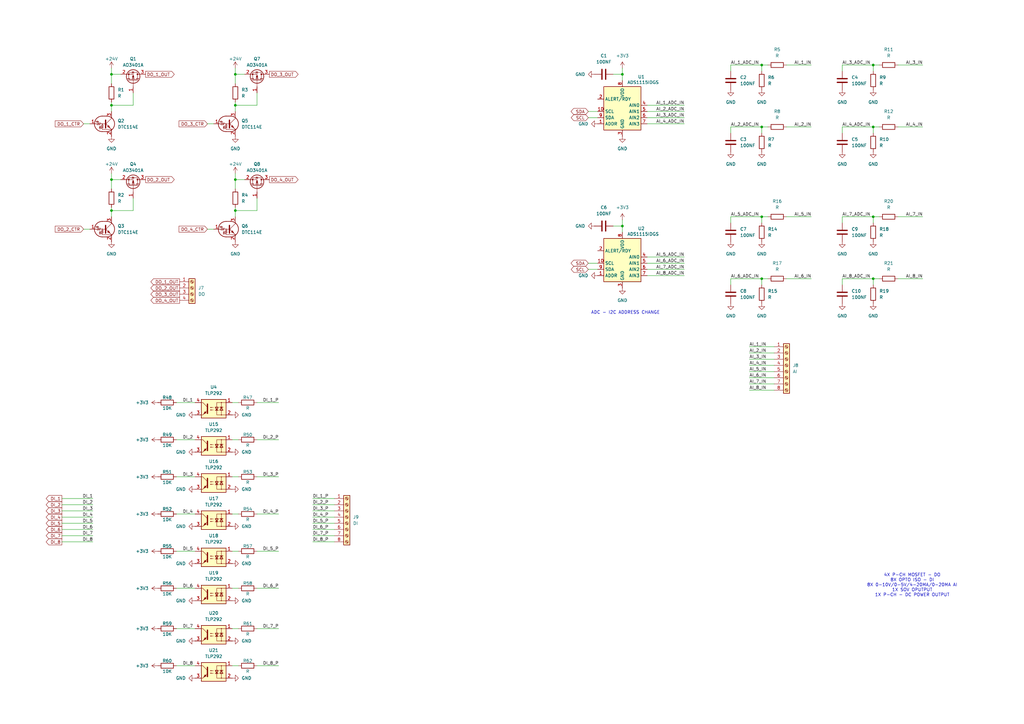
<source format=kicad_sch>
(kicad_sch (version 20231120) (generator "eeschema") (generator_version "8.0")
  (paper "A3")
  (junction (at 312.42 26.67))
  (junction (at 312.42 52.07))
  (junction (at 312.42 114.3))
  (junction (at 358.14 52.07))
  (junction (at 45.72 86.36))
  (junction (at 358.14 88.9))
  (junction (at 45.72 43.18))
  (junction (at 96.52 73.66))
  (junction (at 255.27 30.48))
  (junction (at 96.52 30.48))
  (junction (at 96.52 43.18))
  (junction (at 255.27 92.71))
  (junction (at 45.72 30.48))
  (junction (at 358.14 26.67))
  (junction (at 358.14 114.3))
  (junction (at 96.52 86.36))
  (junction (at 45.72 73.66))
  (junction (at 312.42 88.9))
  (wire (pts (xy 25.4 214.63) (xy 38.1 214.63)))
  (wire (pts (xy 105.41 195.58) (xy 114.3 195.58)))
  (wire (pts (xy 96.52 86.36) (xy 96.52 88.9)))
  (wire (pts (xy 241.3 48.26) (xy 245.11 48.26)))
  (wire (pts (xy 312.42 52.07) (xy 312.42 54.61)))
  (wire (pts (xy 95.25 226.06) (xy 97.79 226.06)))
  (wire (pts (xy 265.43 107.95) (xy 280.67 107.95)))
  (wire (pts (xy 95.25 165.1) (xy 97.79 165.1)))
  (wire (pts (xy 45.72 41.91) (xy 45.72 43.18)))
  (wire (pts (xy 368.3 52.07) (xy 378.46 52.07)))
  (wire (pts (xy 317.5 144.78) (xy 307.34 144.78)))
  (wire (pts (xy 45.72 86.36) (xy 45.72 88.9)))
  (wire (pts (xy 137.16 219.71) (xy 128.27 219.71)))
  (wire (pts (xy 105.41 38.1) (xy 105.41 43.18)))
  (wire (pts (xy 96.52 41.91) (xy 96.52 43.18)))
  (wire (pts (xy 265.43 48.26) (xy 280.67 48.26)))
  (wire (pts (xy 96.52 30.48) (xy 96.52 34.29)))
  (wire (pts (xy 317.5 160.02) (xy 307.34 160.02)))
  (wire (pts (xy 95.25 257.81) (xy 97.79 257.81)))
  (wire (pts (xy 345.44 114.3) (xy 358.14 114.3)))
  (wire (pts (xy 85.09 50.8) (xy 87.63 50.8)))
  (wire (pts (xy 49.53 73.66) (xy 45.72 73.66)))
  (wire (pts (xy 95.25 180.34) (xy 97.79 180.34)))
  (wire (pts (xy 105.41 257.81) (xy 114.3 257.81)))
  (wire (pts (xy 105.41 165.1) (xy 114.3 165.1)))
  (wire (pts (xy 105.41 273.05) (xy 114.3 273.05)))
  (wire (pts (xy 95.25 210.82) (xy 97.79 210.82)))
  (wire (pts (xy 251.46 92.71) (xy 255.27 92.71)))
  (wire (pts (xy 105.41 241.3) (xy 114.3 241.3)))
  (wire (pts (xy 137.16 209.55) (xy 128.27 209.55)))
  (wire (pts (xy 45.72 27.94) (xy 45.72 30.48)))
  (wire (pts (xy 322.58 88.9) (xy 332.74 88.9)))
  (wire (pts (xy 255.27 92.71) (xy 255.27 95.25)))
  (wire (pts (xy 312.42 26.67) (xy 312.42 29.21)))
  (wire (pts (xy 345.44 54.61) (xy 345.44 52.07)))
  (wire (pts (xy 317.5 154.94) (xy 307.34 154.94)))
  (wire (pts (xy 314.96 52.07) (xy 312.42 52.07)))
  (wire (pts (xy 95.25 273.05) (xy 97.79 273.05)))
  (wire (pts (xy 100.33 30.48) (xy 96.52 30.48)))
  (wire (pts (xy 345.44 91.44) (xy 345.44 88.9)))
  (wire (pts (xy 54.61 38.1) (xy 54.61 43.18)))
  (wire (pts (xy 345.44 29.21) (xy 345.44 26.67)))
  (wire (pts (xy 34.29 50.8) (xy 36.83 50.8)))
  (wire (pts (xy 72.39 226.06) (xy 80.01 226.06)))
  (wire (pts (xy 72.39 210.82) (xy 80.01 210.82)))
  (wire (pts (xy 105.41 81.28) (xy 105.41 86.36)))
  (wire (pts (xy 368.3 88.9) (xy 378.46 88.9)))
  (wire (pts (xy 45.72 43.18) (xy 45.72 45.72)))
  (wire (pts (xy 241.3 107.95) (xy 245.11 107.95)))
  (wire (pts (xy 314.96 114.3) (xy 312.42 114.3)))
  (wire (pts (xy 137.16 222.25) (xy 128.27 222.25)))
  (wire (pts (xy 265.43 43.18) (xy 280.67 43.18)))
  (wire (pts (xy 137.16 214.63) (xy 128.27 214.63)))
  (wire (pts (xy 105.41 86.36) (xy 96.52 86.36)))
  (wire (pts (xy 25.4 204.47) (xy 38.1 204.47)))
  (wire (pts (xy 72.39 180.34) (xy 80.01 180.34)))
  (wire (pts (xy 25.4 209.55) (xy 38.1 209.55)))
  (wire (pts (xy 317.5 149.86) (xy 307.34 149.86)))
  (wire (pts (xy 345.44 88.9) (xy 358.14 88.9)))
  (wire (pts (xy 72.39 241.3) (xy 80.01 241.3)))
  (wire (pts (xy 322.58 26.67) (xy 332.74 26.67)))
  (wire (pts (xy 360.68 52.07) (xy 358.14 52.07)))
  (wire (pts (xy 95.25 195.58) (xy 97.79 195.58)))
  (wire (pts (xy 358.14 88.9) (xy 358.14 91.44)))
  (wire (pts (xy 368.3 114.3) (xy 378.46 114.3)))
  (wire (pts (xy 105.41 180.34) (xy 114.3 180.34)))
  (wire (pts (xy 25.4 212.09) (xy 38.1 212.09)))
  (wire (pts (xy 45.72 73.66) (xy 45.72 77.47)))
  (wire (pts (xy 45.72 30.48) (xy 45.72 34.29)))
  (wire (pts (xy 358.14 114.3) (xy 358.14 116.84)))
  (wire (pts (xy 96.52 71.12) (xy 96.52 73.66)))
  (wire (pts (xy 312.42 114.3) (xy 312.42 116.84)))
  (wire (pts (xy 137.16 212.09) (xy 128.27 212.09)))
  (wire (pts (xy 360.68 88.9) (xy 358.14 88.9)))
  (wire (pts (xy 265.43 113.03) (xy 280.67 113.03)))
  (wire (pts (xy 54.61 81.28) (xy 54.61 86.36)))
  (wire (pts (xy 49.53 30.48) (xy 45.72 30.48)))
  (wire (pts (xy 25.4 207.01) (xy 38.1 207.01)))
  (wire (pts (xy 299.72 114.3) (xy 312.42 114.3)))
  (wire (pts (xy 345.44 26.67) (xy 358.14 26.67)))
  (wire (pts (xy 137.16 217.17) (xy 128.27 217.17)))
  (wire (pts (xy 299.72 116.84) (xy 299.72 114.3)))
  (wire (pts (xy 299.72 88.9) (xy 312.42 88.9)))
  (wire (pts (xy 241.3 110.49) (xy 245.11 110.49)))
  (wire (pts (xy 345.44 52.07) (xy 358.14 52.07)))
  (wire (pts (xy 25.4 222.25) (xy 38.1 222.25)))
  (wire (pts (xy 72.39 273.05) (xy 80.01 273.05)))
  (wire (pts (xy 85.09 93.98) (xy 87.63 93.98)))
  (wire (pts (xy 317.5 157.48) (xy 307.34 157.48)))
  (wire (pts (xy 255.27 90.17) (xy 255.27 92.71)))
  (wire (pts (xy 137.16 204.47) (xy 128.27 204.47)))
  (wire (pts (xy 72.39 257.81) (xy 80.01 257.81)))
  (wire (pts (xy 137.16 207.01) (xy 128.27 207.01)))
  (wire (pts (xy 314.96 26.67) (xy 312.42 26.67)))
  (wire (pts (xy 299.72 54.61) (xy 299.72 52.07)))
  (wire (pts (xy 265.43 45.72) (xy 280.67 45.72)))
  (wire (pts (xy 360.68 26.67) (xy 358.14 26.67)))
  (wire (pts (xy 265.43 105.41) (xy 280.67 105.41)))
  (wire (pts (xy 95.25 241.3) (xy 97.79 241.3)))
  (wire (pts (xy 25.4 217.17) (xy 38.1 217.17)))
  (wire (pts (xy 105.41 226.06) (xy 114.3 226.06)))
  (wire (pts (xy 322.58 52.07) (xy 332.74 52.07)))
  (wire (pts (xy 299.72 26.67) (xy 312.42 26.67)))
  (wire (pts (xy 72.39 165.1) (xy 80.01 165.1)))
  (wire (pts (xy 96.52 43.18) (xy 96.52 45.72)))
  (wire (pts (xy 241.3 45.72) (xy 245.11 45.72)))
  (wire (pts (xy 45.72 71.12) (xy 45.72 73.66)))
  (wire (pts (xy 358.14 52.07) (xy 358.14 54.61)))
  (wire (pts (xy 299.72 91.44) (xy 299.72 88.9)))
  (wire (pts (xy 345.44 116.84) (xy 345.44 114.3)))
  (wire (pts (xy 255.27 30.48) (xy 255.27 33.02)))
  (wire (pts (xy 54.61 43.18) (xy 45.72 43.18)))
  (wire (pts (xy 96.52 73.66) (xy 96.52 77.47)))
  (wire (pts (xy 255.27 27.94) (xy 255.27 30.48)))
  (wire (pts (xy 96.52 85.09) (xy 96.52 86.36)))
  (wire (pts (xy 360.68 114.3) (xy 358.14 114.3)))
  (wire (pts (xy 45.72 85.09) (xy 45.72 86.36)))
  (wire (pts (xy 54.61 86.36) (xy 45.72 86.36)))
  (wire (pts (xy 299.72 29.21) (xy 299.72 26.67)))
  (wire (pts (xy 317.5 152.4) (xy 307.34 152.4)))
  (wire (pts (xy 322.58 114.3) (xy 332.74 114.3)))
  (wire (pts (xy 314.96 88.9) (xy 312.42 88.9)))
  (wire (pts (xy 265.43 50.8) (xy 280.67 50.8)))
  (wire (pts (xy 358.14 26.67) (xy 358.14 29.21)))
  (wire (pts (xy 265.43 110.49) (xy 280.67 110.49)))
  (wire (pts (xy 317.5 142.24) (xy 307.34 142.24)))
  (wire (pts (xy 34.29 93.98) (xy 36.83 93.98)))
  (wire (pts (xy 105.41 43.18) (xy 96.52 43.18)))
  (wire (pts (xy 100.33 73.66) (xy 96.52 73.66)))
  (wire (pts (xy 25.4 219.71) (xy 38.1 219.71)))
  (wire (pts (xy 96.52 27.94) (xy 96.52 30.48)))
  (wire (pts (xy 368.3 26.67) (xy 378.46 26.67)))
  (wire (pts (xy 105.41 210.82) (xy 114.3 210.82)))
  (wire (pts (xy 299.72 52.07) (xy 312.42 52.07)))
  (wire (pts (xy 317.5 147.32) (xy 307.34 147.32)))
  (wire (pts (xy 312.42 88.9) (xy 312.42 91.44)))
  (wire (pts (xy 72.39 195.58) (xy 80.01 195.58)))
  (wire (pts (xy 251.46 30.48) (xy 255.27 30.48)))
  (text "4X P-CH MOSFET - DO\n8X OPTO ISO - DI\n8X 0-10V/0-5V/4-20MA/0-20MA AI\n1X SOV OPUTPUT\n1X P-CH - DC POWER OUTPUT" (at 374.142 240.03 0) (effects (font (size 1.27 1.27))))
  (text "ADC - I2C ADDRESS CHANGE" (at 256.54 128.27 0) (effects (font (size 1.27 1.27))))
  (label "DI_2" (at 74.93 180.34 0))
  (label "DI_8" (at 74.93 273.05 0))
  (label "AI_2_ADC_IN" (at 280.67 45.72 180))
  (label "DI_5" (at 38.1 214.63 180))
  (label "DI_8_P" (at 128.27 222.25 0))
  (label "DI_4" (at 38.1 212.09 180))
  (label "DI_2" (at 38.1 207.01 180))
  (label "AI_1_ADC_IN" (at 280.67 43.18 180))
  (label "DI_1" (at 74.93 165.1 0))
  (label "AI_7_IN" (at 378.46 88.9 180))
  (label "AI_5_ADC_IN" (at 299.72 88.9 0))
  (label "DI_4" (at 74.93 210.82 0))
  (label "AI_3_IN" (at 307.34 147.32 0))
  (label "DI_6_P" (at 114.3 241.3 180))
  (label "AI_2_IN" (at 332.74 52.07 180))
  (label "DI_6" (at 38.1 217.17 180))
  (label "AI_8_IN" (at 378.46 114.3 180))
  (label "AI_4_ADC_IN" (at 345.44 52.07 0))
  (label "AI_1_IN" (at 332.74 26.67 180))
  (label "DI_7_P" (at 128.27 219.71 0))
  (label "DI_5_P" (at 114.3 226.06 180))
  (label "DI_5" (at 74.93 226.06 0))
  (label "AI_2_ADC_IN" (at 299.72 52.07 0))
  (label "DI_4_P" (at 114.3 210.82 180))
  (label "AI_5_ADC_IN" (at 280.67 105.41 180))
  (label "DI_1_P" (at 128.27 204.47 0))
  (label "DI_2_P" (at 128.27 207.01 0))
  (label "DI_7" (at 74.93 257.81 0))
  (label "DI_3_P" (at 114.3 195.58 180))
  (label "AI_2_IN" (at 307.34 144.78 0))
  (label "AI_6_ADC_IN" (at 280.67 107.95 180))
  (label "DI_1" (at 38.1 204.47 180))
  (label "AI_3_ADC_IN" (at 345.44 26.67 0))
  (label "DI_2_P" (at 114.3 180.34 180))
  (label "AI_5_IN" (at 332.74 88.9 180))
  (label "DI_8_P" (at 114.3 273.05 180))
  (label "AI_4_ADC_IN" (at 280.67 50.8 180))
  (label "DI_6_P" (at 128.27 217.17 0))
  (label "AI_7_ADC_IN" (at 280.67 110.49 180))
  (label "DI_5_P" (at 128.27 214.63 0))
  (label "DI_3" (at 38.1 209.55 180))
  (label "DI_8" (at 38.1 222.25 180))
  (label "DI_3_P" (at 128.27 209.55 0))
  (label "AI_4_IN" (at 307.34 149.86 0))
  (label "DI_4_P" (at 128.27 212.09 0))
  (label "DI_7_P" (at 114.3 257.81 180))
  (label "AI_8_IN" (at 307.34 160.02 0))
  (label "DI_6" (at 74.93 241.3 0))
  (label "AI_8_ADC_IN" (at 345.44 114.3 0))
  (label "AI_4_IN" (at 378.46 52.07 180))
  (label "AI_1_ADC_IN" (at 299.72 26.67 0))
  (label "AI_8_ADC_IN" (at 280.67 113.03 180))
  (label "AI_3_IN" (at 378.46 26.67 180))
  (label "AI_7_IN" (at 307.34 157.48 0))
  (label "DI_1_P" (at 114.3 165.1 180))
  (label "AI_6_IN" (at 307.34 154.94 0))
  (label "AI_6_IN" (at 332.74 114.3 180))
  (label "AI_1_IN" (at 307.34 142.24 0))
  (label "AI_3_ADC_IN" (at 280.67 48.26 180))
  (label "AI_5_IN" (at 307.34 152.4 0))
  (label "DI_7" (at 38.1 219.71 180))
  (label "DI_3" (at 74.93 195.58 0))
  (label "AI_6_ADC_IN" (at 299.72 114.3 0))
  (label "AI_7_ADC_IN" (at 345.44 88.9 0))
  (global_label "DO_3_CTR" (shape input) (at 85.09 50.8 180) (property "Intersheetrefs" "${INTERSHEET_REFS}" (effects (hide yes))))
  (global_label "DI_6" (shape output) (at 25.4 217.17 180) (property "Intersheetrefs" "${INTERSHEET_REFS}" (effects (hide yes))))
  (global_label "SDA" (shape bidirectional) (at 241.3 45.72 180) (property "Intersheetrefs" "${INTERSHEET_REFS}" (effects (hide yes))))
  (global_label "DO_2_OUT" (shape output) (at 73.66 118.11 180) (property "Intersheetrefs" "${INTERSHEET_REFS}" (effects (hide yes))))
  (global_label "DO_4_CTR" (shape input) (at 85.09 93.98 180) (property "Intersheetrefs" "${INTERSHEET_REFS}" (effects (hide yes))))
  (global_label "DO_1_OUT" (shape output) (at 59.69 30.48 0) (property "Intersheetrefs" "${INTERSHEET_REFS}" (effects (hide yes))))
  (global_label "DO_2_CTR" (shape input) (at 34.29 93.98 180) (property "Intersheetrefs" "${INTERSHEET_REFS}" (effects (hide yes))))
  (global_label "DI_7" (shape output) (at 25.4 219.71 180) (property "Intersheetrefs" "${INTERSHEET_REFS}" (effects (hide yes))))
  (global_label "SCL" (shape bidirectional) (at 241.3 110.49 180) (property "Intersheetrefs" "${INTERSHEET_REFS}" (effects (hide yes))))
  (global_label "DI_3" (shape output) (at 25.4 209.55 180) (property "Intersheetrefs" "${INTERSHEET_REFS}" (effects (hide yes))))
  (global_label "DO_4_OUT" (shape output) (at 73.66 123.19 180) (property "Intersheetrefs" "${INTERSHEET_REFS}" (effects (hide yes))))
  (global_label "DO_3_OUT" (shape output) (at 73.66 120.65 180) (property "Intersheetrefs" "${INTERSHEET_REFS}" (effects (hide yes))))
  (global_label "DI_8" (shape output) (at 25.4 222.25 180) (property "Intersheetrefs" "${INTERSHEET_REFS}" (effects (hide yes))))
  (global_label "DO_3_OUT" (shape output) (at 110.49 30.48 0) (property "Intersheetrefs" "${INTERSHEET_REFS}" (effects (hide yes))))
  (global_label "DO_2_OUT" (shape output) (at 59.69 73.66 0) (property "Intersheetrefs" "${INTERSHEET_REFS}" (effects (hide yes))))
  (global_label "SDA" (shape bidirectional) (at 241.3 107.95 180) (property "Intersheetrefs" "${INTERSHEET_REFS}" (effects (hide yes))))
  (global_label "SCL" (shape bidirectional) (at 241.3 48.26 180) (property "Intersheetrefs" "${INTERSHEET_REFS}" (effects (hide yes))))
  (global_label "DO_1_CTR" (shape input) (at 34.29 50.8 180) (property "Intersheetrefs" "${INTERSHEET_REFS}" (effects (hide yes))))
  (global_label "DI_1" (shape output) (at 25.4 204.47 180) (property "Intersheetrefs" "${INTERSHEET_REFS}" (effects (hide yes))))
  (global_label "DI_2" (shape output) (at 25.4 207.01 180) (property "Intersheetrefs" "${INTERSHEET_REFS}" (effects (hide yes))))
  (global_label "DI_5" (shape output) (at 25.4 214.63 180) (property "Intersheetrefs" "${INTERSHEET_REFS}" (effects (hide yes))))
  (global_label "DI_4" (shape output) (at 25.4 212.09 180) (property "Intersheetrefs" "${INTERSHEET_REFS}" (effects (hide yes))))
  (global_label "DO_4_OUT" (shape output) (at 110.49 73.66 0) (property "Intersheetrefs" "${INTERSHEET_REFS}" (effects (hide yes))))
  (global_label "DO_1_OUT" (shape output) (at 73.66 115.57 180) (property "Intersheetrefs" "${INTERSHEET_REFS}" (effects (hide yes))))
  (symbol (lib_id "power:GND") (at 312.42 124.46 0) (unit 1)
    (property "Reference" "#PWR030" (effects (hide yes)))
    (property "Value" "GND" (at 312.42 129.54 0))
    (property "Description" "Power symbol creates a global label with name \"GND\" , ground" (effects (hide yes)))
  )
  (symbol (lib_id "Transistor_BJT:DTC114E") (at 43.18 93.98 0) (unit 1)
    (property "Reference" "Q3" (at 48.26 92.7099 0) (effects (justify left)))
    (property "Value" "DTC114E" (at 48.26 95.2499 0) (effects (justify left)))
    (property "Footprint" "Package_TO_SOT_SMD:SOT-23" (effects (hide yes)))
    (property "Description" "Digital NPN Transistor, 10k/10k, SOT-23" (effects (hide yes)))
  )
  (symbol (lib_id "Analog_ADC:ADS1115IDGS") (at 255.27 45.72 0) (mirror y) (unit 1)
    (property "Reference" "U1" (at 264.414 31.496 0) (effects (justify left)))
    (property "Value" "ADS1115IDGS" (at 270.256 33.782 0) (effects (justify left)))
    (property "Footprint" "Package_SO:TSSOP-10_3x3mm_P0.5mm" (effects (hide yes)))
    (property "Datasheet" "http://www.ti.com/lit/ds/symlink/ads1113.pdf" (effects (hide yes)))
    (property "Description" "Ultra-Small, Low-Power, I2C-Compatible, 860-SPS, 16-Bit ADCs With Internal Reference, Oscillator, and Programmable Comparator, VSSOP-10" (effects (hide yes)))
  )
  (symbol (lib_id "Device:C") (at 247.65 30.48 270) (unit 1)
    (property "Reference" "C1" (at 247.65 22.86 90))
    (property "Value" "100NF" (at 247.65 25.4 90))
    (property "Footprint" "Capacitor_SMD:C_0805_2012Metric" (effects (hide yes)))
    (property "Description" "Unpolarized capacitor" (effects (hide yes)))
  )
  (symbol (lib_id "power:+3V3") (at 64.77 165.1 90) (unit 1)
    (property "Reference" "#PWR0105" (effects (hide yes)))
    (property "Value" "+3V3" (at 60.96 165.0999 90) (effects (justify left)))
    (property "Description" "Power symbol creates a global label with name \"+3V3\"" (effects (hide yes)))
  )
  (symbol (lib_id "Device:C") (at 299.72 95.25 0) (unit 1)
    (property "Reference" "C7" (at 303.53 93.9799 0) (effects (justify left)))
    (property "Value" "100NF" (at 303.53 96.5199 0) (effects (justify left)))
    (property "Footprint" "Capacitor_SMD:C_0805_2012Metric" (effects (hide yes)))
    (property "Description" "Unpolarized capacitor" (effects (hide yes)))
  )
  (symbol (lib_id "Transistor_FET:AO3401A") (at 54.61 33.02 270) (mirror x) (unit 1)
    (property "Reference" "Q1" (at 54.61 24.13 90))
    (property "Value" "AO3401A" (at 54.61 26.67 90))
    (property "Footprint" "Package_TO_SOT_SMD:SOT-23" (effects (hide yes)))
    (property "Datasheet" "http://www.aosmd.com/pdfs/datasheet/AO3401A.pdf" (effects (hide yes)))
    (property "Description" "-4.0A Id, -30V Vds, P-Channel MOSFET, SOT-23" (effects (hide yes)))
  )
  (symbol (lib_id "power:GND") (at 95.25 185.42 90) (unit 1)
    (property "Reference" "#PWR0123" (effects (hide yes)))
    (property "Value" "GND" (at 99.06 185.4199 90) (effects (justify right)))
    (property "Description" "Power symbol creates a global label with name \"GND\" , ground" (effects (hide yes)))
  )
  (symbol (lib_id "Device:R") (at 318.77 52.07 90) (unit 1)
    (property "Reference" "R8" (at 318.77 45.72 90))
    (property "Value" "R" (at 318.77 48.26 90))
    (property "Footprint" "Resistor_SMD:R_0805_2012Metric" (effects (hide yes)))
    (property "Description" "Resistor" (effects (hide yes)))
  )
  (symbol (lib_id "power:GND") (at 345.44 36.83 0) (unit 1)
    (property "Reference" "#PWR017" (effects (hide yes)))
    (property "Value" "GND" (at 345.44 41.91 0))
    (property "Description" "Power symbol creates a global label with name \"GND\" , ground" (effects (hide yes)))
  )
  (symbol (lib_id "power:GND") (at 243.84 30.48 270) (unit 1)
    (property "Reference" "#PWR010" (effects (hide yes)))
    (property "Value" "GND" (at 240.03 30.4799 90) (effects (justify right)))
    (property "Description" "Power symbol creates a global label with name \"GND\" , ground" (effects (hide yes)))
  )
  (symbol (lib_id "power:+3V3") (at 64.77 195.58 90) (unit 1)
    (property "Reference" "#PWR0114" (effects (hide yes)))
    (property "Value" "+3V3" (at 60.96 195.5799 90) (effects (justify left)))
    (property "Description" "Power symbol creates a global label with name \"+3V3\"" (effects (hide yes)))
  )
  (symbol (lib_id "Device:R") (at 358.14 95.25 180) (unit 1)
    (property "Reference" "R18" (at 360.68 93.9799 0) (effects (justify right)))
    (property "Value" "R" (at 360.68 96.5199 0) (effects (justify right)))
    (property "Footprint" "Resistor_SMD:R_0805_2012Metric" (effects (hide yes)))
    (property "Description" "Resistor" (effects (hide yes)))
  )
  (symbol (lib_id "power:GND") (at 245.11 50.8 270) (unit 1)
    (property "Reference" "#PWR012" (effects (hide yes)))
    (property "Value" "GND" (at 241.3 50.7999 90) (effects (justify right)))
    (property "Description" "Power symbol creates a global label with name \"GND\" , ground" (effects (hide yes)))
  )
  (symbol (lib_id "power:GND") (at 245.11 113.03 270) (unit 1)
    (property "Reference" "#PWR024" (effects (hide yes)))
    (property "Value" "GND" (at 241.3 113.0299 90) (effects (justify right)))
    (property "Description" "Power symbol creates a global label with name \"GND\" , ground" (effects (hide yes)))
  )
  (symbol (lib_id "Transistor_FET:AO3401A") (at 54.61 76.2 270) (mirror x) (unit 1)
    (property "Reference" "Q4" (at 54.61 67.31 90))
    (property "Value" "AO3401A" (at 54.61 69.85 90))
    (property "Footprint" "Package_TO_SOT_SMD:SOT-23" (effects (hide yes)))
    (property "Datasheet" "http://www.aosmd.com/pdfs/datasheet/AO3401A.pdf" (effects (hide yes)))
    (property "Description" "-4.0A Id, -30V Vds, P-Channel MOSFET, SOT-23" (effects (hide yes)))
  )
  (symbol (lib_id "Device:R") (at 101.6 195.58 90) (unit 1)
    (property "Reference" "R53" (at 101.6 193.548 90))
    (property "Value" "R" (at 101.6 197.866 90))
    (property "Footprint" "Resistor_SMD:R_0805_2012Metric" (effects (hide yes)))
    (property "Description" "Resistor" (effects (hide yes)))
  )
  (symbol (lib_id "Device:R") (at 101.6 257.81 90) (unit 1)
    (property "Reference" "R61" (at 101.6 255.778 90))
    (property "Value" "R" (at 101.6 260.096 90))
    (property "Footprint" "Resistor_SMD:R_0805_2012Metric" (effects (hide yes)))
    (property "Description" "Resistor" (effects (hide yes)))
  )
  (symbol (lib_id "power:GND") (at 80.01 231.14 270) (unit 1)
    (property "Reference" "#PWR0120" (effects (hide yes)))
    (property "Value" "GND" (at 76.2 231.1399 90) (effects (justify right)))
    (property "Description" "Power symbol creates a global label with name \"GND\" , ground" (effects (hide yes)))
  )
  (symbol (lib_id "power:GND") (at 312.42 36.83 0) (unit 1)
    (property "Reference" "#PWR014" (effects (hide yes)))
    (property "Value" "GND" (at 312.42 41.91 0))
    (property "Description" "Power symbol creates a global label with name \"GND\" , ground" (effects (hide yes)))
  )
  (symbol (lib_id "power:+24V") (at 96.52 27.94 0) (unit 1)
    (property "Reference" "#PWR0171" (effects (hide yes)))
    (property "Value" "+24V" (at 96.52 24.13 0))
  )
  (symbol (lib_id "Device:R") (at 96.52 38.1 0) (unit 1)
    (property "Reference" "R3" (at 99.06 36.8299 0) (effects (justify left)))
    (property "Value" "R" (at 99.06 39.3699 0) (effects (justify left)))
    (property "Footprint" "Resistor_SMD:R_0805_2012Metric" (effects (hide yes)))
    (property "Description" "Resistor" (effects (hide yes)))
  )
  (symbol (lib_id "Device:C") (at 345.44 95.25 0) (unit 1)
    (property "Reference" "C9" (at 349.25 93.9799 0) (effects (justify left)))
    (property "Value" "100NF" (at 349.25 96.5199 0) (effects (justify left)))
    (property "Footprint" "Capacitor_SMD:C_0805_2012Metric" (effects (hide yes)))
    (property "Description" "Unpolarized capacitor" (effects (hide yes)))
  )
  (symbol (lib_id "power:+3V3") (at 255.27 27.94 0) (unit 1)
    (property "Reference" "#PWR09" (effects (hide yes)))
    (property "Value" "+3V3" (at 255.27 22.86 0))
    (property "Description" "Power symbol creates a global label with name \"+3V3\"" (effects (hide yes)))
  )
  (symbol (lib_id "Device:R") (at 101.6 241.3 90) (unit 1)
    (property "Reference" "R58" (at 101.6 239.268 90))
    (property "Value" "R" (at 101.6 243.586 90))
    (property "Footprint" "Resistor_SMD:R_0805_2012Metric" (effects (hide yes)))
    (property "Description" "Resistor" (effects (hide yes)))
  )
  (symbol (lib_id "power:+24V") (at 96.52 71.12 0) (unit 1)
    (property "Reference" "#PWR0172" (effects (hide yes)))
    (property "Value" "+24V" (at 96.52 67.31 0))
  )
  (symbol (lib_id "Isolator:TLP292") (at 87.63 167.64 0) (mirror y) (unit 1)
    (property "Reference" "U4" (at 87.63 158.75 0))
    (property "Value" "TLP292" (at 87.63 161.29 0))
    (property "Footprint" "Package_SO:SOIC-4_4.55x2.6mm_P1.27mm" (effects (hide yes)))
    (property "Datasheet" "https://toshiba.semicon-storage.com/info/TLP292_datasheet_en_20191129.pdf?did=14425&prodName=TLP292" (effects (hide yes)))
    (property "Description" "AC/DC Phototransistor Optocoupler, Vce 80V, CTR 50-200%, SOP4" (effects (hide yes)))
  )
  (symbol (lib_id "power:+3V3") (at 64.77 226.06 90) (unit 1)
    (property "Reference" "#PWR0118" (effects (hide yes)))
    (property "Value" "+3V3" (at 60.96 226.0599 90) (effects (justify left)))
    (property "Description" "Power symbol creates a global label with name \"+3V3\"" (effects (hide yes)))
  )
  (symbol (lib_id "Device:R") (at 68.58 195.58 90) (unit 1)
    (property "Reference" "R51" (at 68.58 193.548 90))
    (property "Value" "10K" (at 68.58 197.866 90))
    (property "Footprint" "Resistor_SMD:R_0805_2012Metric" (effects (hide yes)))
    (property "Description" "Resistor" (effects (hide yes)))
  )
  (symbol (lib_id "power:+3V3") (at 255.27 90.17 0) (unit 1)
    (property "Reference" "#PWR025" (effects (hide yes)))
    (property "Value" "+3V3" (at 255.27 85.09 0))
    (property "Description" "Power symbol creates a global label with name \"+3V3\"" (effects (hide yes)))
  )
  (symbol (lib_id "Device:R") (at 45.72 81.28 0) (unit 1)
    (property "Reference" "R2" (at 48.26 80.0099 0) (effects (justify left)))
    (property "Value" "R" (at 48.26 82.5499 0) (effects (justify left)))
    (property "Footprint" "Resistor_SMD:R_0805_2012Metric" (effects (hide yes)))
    (property "Description" "Resistor" (effects (hide yes)))
  )
  (symbol (lib_id "Device:R") (at 45.72 38.1 0) (unit 1)
    (property "Reference" "R1" (at 48.26 36.8299 0) (effects (justify left)))
    (property "Value" "R" (at 48.26 39.3699 0) (effects (justify left)))
    (property "Footprint" "Resistor_SMD:R_0805_2012Metric" (effects (hide yes)))
    (property "Description" "Resistor" (effects (hide yes)))
  )
  (symbol (lib_id "Device:R") (at 68.58 226.06 90) (unit 1)
    (property "Reference" "R55" (at 68.58 224.028 90))
    (property "Value" "10K" (at 68.58 228.346 90))
    (property "Footprint" "Resistor_SMD:R_0805_2012Metric" (effects (hide yes)))
    (property "Description" "Resistor" (effects (hide yes)))
  )
  (symbol (lib_id "power:GND") (at 243.84 92.71 270) (unit 1)
    (property "Reference" "#PWR023" (effects (hide yes)))
    (property "Value" "GND" (at 240.03 92.7099 90) (effects (justify right)))
    (property "Description" "Power symbol creates a global label with name \"GND\" , ground" (effects (hide yes)))
  )
  (symbol (lib_id "Device:R") (at 364.49 88.9 90) (unit 1)
    (property "Reference" "R20" (at 364.49 82.55 90))
    (property "Value" "R" (at 364.49 85.09 90))
    (property "Footprint" "Resistor_SMD:R_0805_2012Metric" (effects (hide yes)))
    (property "Description" "Resistor" (effects (hide yes)))
  )
  (symbol (lib_id "Connector:Screw_Terminal_01x04") (at 78.74 118.11 0) (unit 1)
    (property "Reference" "J7" (at 81.28 118.1099 0) (effects (justify left)))
    (property "Value" "DO" (at 81.28 120.6499 0) (effects (justify left)))
    (property "Footprint" "TerminalBlock_Phoenix:TerminalBlock_Phoenix_MKDS-3-4-5.08_1x04_P5.08mm_Horizontal" (effects (hide yes)))
    (property "Description" "Generic screw terminal, single row, 01x04, script generated (kicad-library-utils/schlib/autogen/connector/)" (effects (hide yes)))
  )
  (symbol (lib_id "power:GND") (at 45.72 55.88 0) (unit 1)
    (property "Reference" "#PWR01" (effects (hide yes)))
    (property "Value" "GND" (at 45.72 60.96 0))
    (property "Description" "Power symbol creates a global label with name \"GND\" , ground" (effects (hide yes)))
  )
  (symbol (lib_id "Device:C") (at 299.72 120.65 0) (unit 1)
    (property "Reference" "C8" (at 303.53 119.3799 0) (effects (justify left)))
    (property "Value" "100NF" (at 303.53 121.9199 0) (effects (justify left)))
    (property "Footprint" "Capacitor_SMD:C_0805_2012Metric" (effects (hide yes)))
    (property "Description" "Unpolarized capacitor" (effects (hide yes)))
  )
  (symbol (lib_id "Device:R") (at 364.49 26.67 90) (unit 1)
    (property "Reference" "R11" (at 364.49 20.32 90))
    (property "Value" "R" (at 364.49 22.86 90))
    (property "Footprint" "Resistor_SMD:R_0805_2012Metric" (effects (hide yes)))
    (property "Description" "Resistor" (effects (hide yes)))
  )
  (symbol (lib_id "power:GND") (at 95.25 278.13 90) (unit 1)
    (property "Reference" "#PWR0133" (effects (hide yes)))
    (property "Value" "GND" (at 99.06 278.1299 90) (effects (justify right)))
    (property "Description" "Power symbol creates a global label with name \"GND\" , ground" (effects (hide yes)))
  )
  (symbol (lib_id "power:GND") (at 80.01 185.42 270) (unit 1)
    (property "Reference" "#PWR0113" (effects (hide yes)))
    (property "Value" "GND" (at 76.2 185.4199 90) (effects (justify right)))
    (property "Description" "Power symbol creates a global label with name \"GND\" , ground" (effects (hide yes)))
  )
  (symbol (lib_id "Device:R") (at 358.14 58.42 180) (unit 1)
    (property "Reference" "R10" (at 360.68 57.1499 0) (effects (justify right)))
    (property "Value" "R" (at 360.68 59.6899 0) (effects (justify right)))
    (property "Footprint" "Resistor_SMD:R_0805_2012Metric" (effects (hide yes)))
    (property "Description" "Resistor" (effects (hide yes)))
  )
  (symbol (lib_id "power:GND") (at 345.44 99.06 0) (unit 1)
    (property "Reference" "#PWR031" (effects (hide yes)))
    (property "Value" "GND" (at 345.44 104.14 0))
    (property "Description" "Power symbol creates a global label with name \"GND\" , ground" (effects (hide yes)))
  )
  (symbol (lib_id "Device:R") (at 101.6 226.06 90) (unit 1)
    (property "Reference" "R57" (at 101.6 224.028 90))
    (property "Value" "R" (at 101.6 228.346 90))
    (property "Footprint" "Resistor_SMD:R_0805_2012Metric" (effects (hide yes)))
    (property "Description" "Resistor" (effects (hide yes)))
  )
  (symbol (lib_id "Transistor_BJT:DTC114E") (at 93.98 93.98 0) (unit 1)
    (property "Reference" "Q6" (at 99.06 92.7099 0) (effects (justify left)))
    (property "Value" "DTC114E" (at 99.06 95.2499 0) (effects (justify left)))
    (property "Footprint" "Package_TO_SOT_SMD:SOT-23" (effects (hide yes)))
    (property "Description" "Digital NPN Transistor, 10k/10k, SOT-23" (effects (hide yes)))
  )
  (symbol (lib_id "Device:R") (at 68.58 210.82 90) (unit 1)
    (property "Reference" "R52" (at 68.58 208.788 90))
    (property "Value" "10K" (at 68.58 213.106 90))
    (property "Footprint" "Resistor_SMD:R_0805_2012Metric" (effects (hide yes)))
    (property "Description" "Resistor" (effects (hide yes)))
  )
  (symbol (lib_id "Device:R") (at 312.42 58.42 180) (unit 1)
    (property "Reference" "R7" (at 314.96 57.1499 0) (effects (justify right)))
    (property "Value" "R" (at 314.96 59.6899 0) (effects (justify right)))
    (property "Footprint" "Resistor_SMD:R_0805_2012Metric" (effects (hide yes)))
    (property "Description" "Resistor" (effects (hide yes)))
  )
  (symbol (lib_id "Connector:Screw_Terminal_01x08") (at 142.24 212.09 0) (unit 1)
    (property "Reference" "J9" (at 144.78 212.0899 0) (effects (justify left)))
    (property "Value" "DI" (at 144.78 214.6299 0) (effects (justify left)))
    (property "Footprint" "TerminalBlock_Phoenix:TerminalBlock_Phoenix_MKDS-3-8-5.08_1x08_P5.08mm_Horizontal" (effects (hide yes)))
    (property "Description" "Generic screw terminal, single row, 01x08, script generated (kicad-library-utils/schlib/autogen/connector/)" (effects (hide yes)))
  )
  (symbol (lib_id "power:GND") (at 96.52 55.88 0) (unit 1)
    (property "Reference" "#PWR06" (effects (hide yes)))
    (property "Value" "GND" (at 96.52 60.96 0))
    (property "Description" "Power symbol creates a global label with name \"GND\" , ground" (effects (hide yes)))
  )
  (symbol (lib_id "power:+24V") (at 45.72 71.12 0) (unit 1)
    (property "Reference" "#PWR0173" (effects (hide yes)))
    (property "Value" "+24V" (at 45.72 67.31 0))
  )
  (symbol (lib_id "Isolator:TLP292") (at 87.63 243.84 0) (mirror y) (unit 1)
    (property "Reference" "U19" (at 87.63 234.95 0))
    (property "Value" "TLP292" (at 87.63 237.49 0))
    (property "Footprint" "Package_SO:SOIC-4_4.55x2.6mm_P1.27mm" (effects (hide yes)))
    (property "Datasheet" "https://toshiba.semicon-storage.com/info/TLP292_datasheet_en_20191129.pdf?did=14425&prodName=TLP292" (effects (hide yes)))
    (property "Description" "AC/DC Phototransistor Optocoupler, Vce 80V, CTR 50-200%, SOP4" (effects (hide yes)))
  )
  (symbol (lib_id "Isolator:TLP292") (at 87.63 275.59 0) (mirror y) (unit 1)
    (property "Reference" "U21" (at 87.63 266.7 0))
    (property "Value" "TLP292" (at 87.63 269.24 0))
    (property "Footprint" "Package_SO:SOIC-4_4.55x2.6mm_P1.27mm" (effects (hide yes)))
    (property "Datasheet" "https://toshiba.semicon-storage.com/info/TLP292_datasheet_en_20191129.pdf?did=14425&prodName=TLP292" (effects (hide yes)))
    (property "Description" "AC/DC Phototransistor Optocoupler, Vce 80V, CTR 50-200%, SOP4" (effects (hide yes)))
  )
  (symbol (lib_id "Device:R") (at 318.77 114.3 90) (unit 1)
    (property "Reference" "R17" (at 318.77 107.95 90))
    (property "Value" "R" (at 318.77 110.49 90))
    (property "Footprint" "Resistor_SMD:R_0805_2012Metric" (effects (hide yes)))
    (property "Description" "Resistor" (effects (hide yes)))
  )
  (symbol (lib_id "Isolator:TLP292") (at 87.63 198.12 0) (mirror y) (unit 1)
    (property "Reference" "U16" (at 87.63 189.23 0))
    (property "Value" "TLP292" (at 87.63 191.77 0))
    (property "Footprint" "Package_SO:SOIC-4_4.55x2.6mm_P1.27mm" (effects (hide yes)))
    (property "Datasheet" "https://toshiba.semicon-storage.com/info/TLP292_datasheet_en_20191129.pdf?did=14425&prodName=TLP292" (effects (hide yes)))
    (property "Description" "AC/DC Phototransistor Optocoupler, Vce 80V, CTR 50-200%, SOP4" (effects (hide yes)))
  )
  (symbol (lib_id "power:GND") (at 95.25 231.14 90) (unit 1)
    (property "Reference" "#PWR0126" (effects (hide yes)))
    (property "Value" "GND" (at 99.06 231.1399 90) (effects (justify right)))
    (property "Description" "Power symbol creates a global label with name \"GND\" , ground" (effects (hide yes)))
  )
  (symbol (lib_id "Transistor_FET:AO3401A") (at 105.41 33.02 270) (mirror x) (unit 1)
    (property "Reference" "Q7" (at 105.41 24.13 90))
    (property "Value" "AO3401A" (at 105.41 26.67 90))
    (property "Footprint" "Package_TO_SOT_SMD:SOT-23" (effects (hide yes)))
    (property "Datasheet" "http://www.aosmd.com/pdfs/datasheet/AO3401A.pdf" (effects (hide yes)))
    (property "Description" "-4.0A Id, -30V Vds, P-Channel MOSFET, SOT-23" (effects (hide yes)))
  )
  (symbol (lib_id "Device:R") (at 364.49 52.07 90) (unit 1)
    (property "Reference" "R12" (at 364.49 45.72 90))
    (property "Value" "R" (at 364.49 48.26 90))
    (property "Footprint" "Resistor_SMD:R_0805_2012Metric" (effects (hide yes)))
    (property "Description" "Resistor" (effects (hide yes)))
  )
  (symbol (lib_id "power:GND") (at 255.27 118.11 0) (unit 1)
    (property "Reference" "#PWR026" (effects (hide yes)))
    (property "Value" "GND" (at 255.27 123.19 0))
    (property "Description" "Power symbol creates a global label with name \"GND\" , ground" (effects (hide yes)))
  )
  (symbol (lib_id "Device:R") (at 312.42 33.02 180) (unit 1)
    (property "Reference" "R6" (at 314.96 31.7499 0) (effects (justify right)))
    (property "Value" "R" (at 314.96 34.2899 0) (effects (justify right)))
    (property "Footprint" "Resistor_SMD:R_0805_2012Metric" (effects (hide yes)))
    (property "Description" "Resistor" (effects (hide yes)))
  )
  (symbol (lib_id "Device:C") (at 299.72 58.42 0) (unit 1)
    (property "Reference" "C3" (at 303.53 57.1499 0) (effects (justify left)))
    (property "Value" "100NF" (at 303.53 59.6899 0) (effects (justify left)))
    (property "Footprint" "Capacitor_SMD:C_0805_2012Metric" (effects (hide yes)))
    (property "Description" "Unpolarized capacitor" (effects (hide yes)))
  )
  (symbol (lib_id "power:GND") (at 345.44 62.23 0) (unit 1)
    (property "Reference" "#PWR018" (effects (hide yes)))
    (property "Value" "GND" (at 345.44 67.31 0))
    (property "Description" "Power symbol creates a global label with name \"GND\" , ground" (effects (hide yes)))
  )
  (symbol (lib_id "Device:R") (at 101.6 273.05 90) (unit 1)
    (property "Reference" "R62" (at 101.6 271.018 90))
    (property "Value" "R" (at 101.6 275.336 90))
    (property "Footprint" "Resistor_SMD:R_0805_2012Metric" (effects (hide yes)))
    (property "Description" "Resistor" (effects (hide yes)))
  )
  (symbol (lib_id "Transistor_BJT:DTC114E") (at 43.18 50.8 0) (unit 1)
    (property "Reference" "Q2" (at 48.26 49.5299 0) (effects (justify left)))
    (property "Value" "DTC114E" (at 48.26 52.0699 0) (effects (justify left)))
    (property "Footprint" "Package_TO_SOT_SMD:SOT-23" (effects (hide yes)))
    (property "Description" "Digital NPN Transistor, 10k/10k, SOT-23" (effects (hide yes)))
  )
  (symbol (lib_id "power:GND") (at 299.72 99.06 0) (unit 1)
    (property "Reference" "#PWR027" (effects (hide yes)))
    (property "Value" "GND" (at 299.72 104.14 0))
    (property "Description" "Power symbol creates a global label with name \"GND\" , ground" (effects (hide yes)))
  )
  (symbol (lib_id "Transistor_FET:AO3401A") (at 105.41 76.2 270) (mirror x) (unit 1)
    (property "Reference" "Q8" (at 105.41 67.31 90))
    (property "Value" "AO3401A" (at 105.41 69.85 90))
    (property "Footprint" "Package_TO_SOT_SMD:SOT-23" (effects (hide yes)))
    (property "Datasheet" "http://www.aosmd.com/pdfs/datasheet/AO3401A.pdf" (effects (hide yes)))
    (property "Description" "-4.0A Id, -30V Vds, P-Channel MOSFET, SOT-23" (effects (hide yes)))
  )
  (symbol (lib_id "Isolator:TLP292") (at 87.63 182.88 0) (mirror y) (unit 1)
    (property "Reference" "U15" (at 87.63 173.99 0))
    (property "Value" "TLP292" (at 87.63 176.53 0))
    (property "Footprint" "Package_SO:SOIC-4_4.55x2.6mm_P1.27mm" (effects (hide yes)))
    (property "Datasheet" "https://toshiba.semicon-storage.com/info/TLP292_datasheet_en_20191129.pdf?did=14425&prodName=TLP292" (effects (hide yes)))
    (property "Description" "AC/DC Phototransistor Optocoupler, Vce 80V, CTR 50-200%, SOP4" (effects (hide yes)))
  )
  (symbol (lib_id "Device:R") (at 68.58 180.34 90) (unit 1)
    (property "Reference" "R49" (at 68.58 178.308 90))
    (property "Value" "10K" (at 68.58 182.626 90))
    (property "Footprint" "Resistor_SMD:R_0805_2012Metric" (effects (hide yes)))
    (property "Description" "Resistor" (effects (hide yes)))
  )
  (symbol (lib_id "power:GND") (at 255.27 55.88 0) (unit 1)
    (property "Reference" "#PWR011" (effects (hide yes)))
    (property "Value" "GND" (at 255.27 60.96 0))
    (property "Description" "Power symbol creates a global label with name \"GND\" , ground" (effects (hide yes)))
  )
  (symbol (lib_id "Device:R") (at 358.14 120.65 180) (unit 1)
    (property "Reference" "R19" (at 360.68 119.3799 0) (effects (justify right)))
    (property "Value" "R" (at 360.68 121.9199 0) (effects (justify right)))
    (property "Footprint" "Resistor_SMD:R_0805_2012Metric" (effects (hide yes)))
    (property "Description" "Resistor" (effects (hide yes)))
  )
  (symbol (lib_id "Device:R") (at 364.49 114.3 90) (unit 1)
    (property "Reference" "R21" (at 364.49 107.95 90))
    (property "Value" "R" (at 364.49 110.49 90))
    (property "Footprint" "Resistor_SMD:R_0805_2012Metric" (effects (hide yes)))
    (property "Description" "Resistor" (effects (hide yes)))
  )
  (symbol (lib_id "power:+3V3") (at 64.77 180.34 90) (unit 1)
    (property "Reference" "#PWR0112" (effects (hide yes)))
    (property "Value" "+3V3" (at 60.96 180.3399 90) (effects (justify left)))
    (property "Description" "Power symbol creates a global label with name \"+3V3\"" (effects (hide yes)))
  )
  (symbol (lib_id "power:GND") (at 80.01 278.13 270) (unit 1)
    (property "Reference" "#PWR0131" (effects (hide yes)))
    (property "Value" "GND" (at 76.2 278.1299 90) (effects (justify right)))
    (property "Description" "Power symbol creates a global label with name \"GND\" , ground" (effects (hide yes)))
  )
  (symbol (lib_id "Device:R") (at 68.58 241.3 90) (unit 1)
    (property "Reference" "R56" (at 68.58 239.268 90))
    (property "Value" "10K" (at 68.58 243.586 90))
    (property "Footprint" "Resistor_SMD:R_0805_2012Metric" (effects (hide yes)))
    (property "Description" "Resistor" (effects (hide yes)))
  )
  (symbol (lib_id "power:GND") (at 95.25 246.38 90) (unit 1)
    (property "Reference" "#PWR0127" (effects (hide yes)))
    (property "Value" "GND" (at 99.06 246.3799 90) (effects (justify right)))
    (property "Description" "Power symbol creates a global label with name \"GND\" , ground" (effects (hide yes)))
  )
  (symbol (lib_id "power:GND") (at 80.01 200.66 270) (unit 1)
    (property "Reference" "#PWR0116" (effects (hide yes)))
    (property "Value" "GND" (at 76.2 200.6599 90) (effects (justify right)))
    (property "Description" "Power symbol creates a global label with name \"GND\" , ground" (effects (hide yes)))
  )
  (symbol (lib_id "Device:R") (at 68.58 165.1 90) (unit 1)
    (property "Reference" "R48" (at 68.58 163.068 90))
    (property "Value" "10K" (at 68.58 167.386 90))
    (property "Footprint" "Resistor_SMD:R_0805_2012Metric" (effects (hide yes)))
    (property "Description" "Resistor" (effects (hide yes)))
  )
  (symbol (lib_id "Device:R") (at 68.58 273.05 90) (unit 1)
    (property "Reference" "R60" (at 68.58 271.018 90))
    (property "Value" "10K" (at 68.58 275.336 90))
    (property "Footprint" "Resistor_SMD:R_0805_2012Metric" (effects (hide yes)))
    (property "Description" "Resistor" (effects (hide yes)))
  )
  (symbol (lib_id "Device:R") (at 101.6 210.82 90) (unit 1)
    (property "Reference" "R54" (at 101.6 208.788 90))
    (property "Value" "R" (at 101.6 213.106 90))
    (property "Footprint" "Resistor_SMD:R_0805_2012Metric" (effects (hide yes)))
    (property "Description" "Resistor" (effects (hide yes)))
  )
  (symbol (lib_id "Isolator:TLP292") (at 87.63 260.35 0) (mirror y) (unit 1)
    (property "Reference" "U20" (at 87.63 251.46 0))
    (property "Value" "TLP292" (at 87.63 254 0))
    (property "Footprint" "Package_SO:SOIC-4_4.55x2.6mm_P1.27mm" (effects (hide yes)))
    (property "Datasheet" "https://toshiba.semicon-storage.com/info/TLP292_datasheet_en_20191129.pdf?did=14425&prodName=TLP292" (effects (hide yes)))
    (property "Description" "AC/DC Phototransistor Optocoupler, Vce 80V, CTR 50-200%, SOP4" (effects (hide yes)))
  )
  (symbol (lib_id "power:GND") (at 80.01 262.89 270) (unit 1)
    (property "Reference" "#PWR0130" (effects (hide yes)))
    (property "Value" "GND" (at 76.2 262.8899 90) (effects (justify right)))
    (property "Description" "Power symbol creates a global label with name \"GND\" , ground" (effects (hide yes)))
  )
  (symbol (lib_id "Isolator:TLP292") (at 87.63 228.6 0) (mirror y) (unit 1)
    (property "Reference" "U18" (at 87.63 219.71 0))
    (property "Value" "TLP292" (at 87.63 222.25 0))
    (property "Footprint" "Package_SO:SOIC-4_4.55x2.6mm_P1.27mm" (effects (hide yes)))
    (property "Datasheet" "https://toshiba.semicon-storage.com/info/TLP292_datasheet_en_20191129.pdf?did=14425&prodName=TLP292" (effects (hide yes)))
    (property "Description" "AC/DC Phototransistor Optocoupler, Vce 80V, CTR 50-200%, SOP4" (effects (hide yes)))
  )
  (symbol (lib_id "power:GND") (at 299.72 124.46 0) (unit 1)
    (property "Reference" "#PWR028" (effects (hide yes)))
    (property "Value" "GND" (at 299.72 129.54 0))
    (property "Description" "Power symbol creates a global label with name \"GND\" , ground" (effects (hide yes)))
  )
  (symbol (lib_id "power:GND") (at 299.72 36.83 0) (unit 1)
    (property "Reference" "#PWR013" (effects (hide yes)))
    (property "Value" "GND" (at 299.72 41.91 0))
    (property "Description" "Power symbol creates a global label with name \"GND\" , ground" (effects (hide yes)))
  )
  (symbol (lib_id "power:GND") (at 312.42 62.23 0) (unit 1)
    (property "Reference" "#PWR016" (effects (hide yes)))
    (property "Value" "GND" (at 312.42 67.31 0))
    (property "Description" "Power symbol creates a global label with name \"GND\" , ground" (effects (hide yes)))
  )
  (symbol (lib_id "Device:R") (at 312.42 120.65 180) (unit 1)
    (property "Reference" "R15" (at 314.96 119.3799 0) (effects (justify right)))
    (property "Value" "R" (at 314.96 121.9199 0) (effects (justify right)))
    (property "Footprint" "Resistor_SMD:R_0805_2012Metric" (effects (hide yes)))
    (property "Description" "Resistor" (effects (hide yes)))
  )
  (symbol (lib_id "Connector:Screw_Terminal_01x08") (at 322.58 149.86 0) (unit 1)
    (property "Reference" "J8" (at 325.12 149.8599 0) (effects (justify left)))
    (property "Value" "AI" (at 325.12 152.3999 0) (effects (justify left)))
    (property "Footprint" "TerminalBlock_Phoenix:TerminalBlock_Phoenix_MKDS-3-8-5.08_1x08_P5.08mm_Horizontal" (effects (hide yes)))
    (property "Description" "Generic screw terminal, single row, 01x08, script generated (kicad-library-utils/schlib/autogen/connector/)" (effects (hide yes)))
  )
  (symbol (lib_id "power:GND") (at 345.44 124.46 0) (unit 1)
    (property "Reference" "#PWR032" (effects (hide yes)))
    (property "Value" "GND" (at 345.44 129.54 0))
    (property "Description" "Power symbol creates a global label with name \"GND\" , ground" (effects (hide yes)))
  )
  (symbol (lib_id "power:+3V3") (at 64.77 273.05 90) (unit 1)
    (property "Reference" "#PWR0129" (effects (hide yes)))
    (property "Value" "+3V3" (at 60.96 273.0499 90) (effects (justify left)))
    (property "Description" "Power symbol creates a global label with name \"+3V3\"" (effects (hide yes)))
  )
  (symbol (lib_id "Device:R") (at 312.42 95.25 180) (unit 1)
    (property "Reference" "R14" (at 314.96 93.9799 0) (effects (justify right)))
    (property "Value" "R" (at 314.96 96.5199 0) (effects (justify right)))
    (property "Footprint" "Resistor_SMD:R_0805_2012Metric" (effects (hide yes)))
    (property "Description" "Resistor" (effects (hide yes)))
  )
  (symbol (lib_id "power:GND") (at 45.72 99.06 0) (unit 1)
    (property "Reference" "#PWR04" (effects (hide yes)))
    (property "Value" "GND" (at 45.72 104.14 0))
    (property "Description" "Power symbol creates a global label with name \"GND\" , ground" (effects (hide yes)))
  )
  (symbol (lib_id "Device:R") (at 68.58 257.81 90) (unit 1)
    (property "Reference" "R59" (at 68.58 255.778 90))
    (property "Value" "10K" (at 68.58 260.096 90))
    (property "Footprint" "Resistor_SMD:R_0805_2012Metric" (effects (hide yes)))
    (property "Description" "Resistor" (effects (hide yes)))
  )
  (symbol (lib_id "Device:C") (at 345.44 33.02 0) (unit 1)
    (property "Reference" "C4" (at 349.25 31.7499 0) (effects (justify left)))
    (property "Value" "100NF" (at 349.25 34.2899 0) (effects (justify left)))
    (property "Footprint" "Capacitor_SMD:C_0805_2012Metric" (effects (hide yes)))
    (property "Description" "Unpolarized capacitor" (effects (hide yes)))
  )
  (symbol (lib_id "power:GND") (at 358.14 99.06 0) (unit 1)
    (property "Reference" "#PWR033" (effects (hide yes)))
    (property "Value" "GND" (at 358.14 104.14 0))
    (property "Description" "Power symbol creates a global label with name \"GND\" , ground" (effects (hide yes)))
  )
  (symbol (lib_id "power:GND") (at 95.25 200.66 90) (unit 1)
    (property "Reference" "#PWR0124" (effects (hide yes)))
    (property "Value" "GND" (at 99.06 200.6599 90) (effects (justify right)))
    (property "Description" "Power symbol creates a global label with name \"GND\" , ground" (effects (hide yes)))
  )
  (symbol (lib_id "Device:C") (at 345.44 120.65 0) (unit 1)
    (property "Reference" "C10" (at 349.25 119.3799 0) (effects (justify left)))
    (property "Value" "100NF" (at 349.25 121.9199 0) (effects (justify left)))
    (property "Footprint" "Capacitor_SMD:C_0805_2012Metric" (effects (hide yes)))
    (property "Description" "Unpolarized capacitor" (effects (hide yes)))
  )
  (symbol (lib_id "Device:C") (at 299.72 33.02 0) (unit 1)
    (property "Reference" "C2" (at 303.53 31.7499 0) (effects (justify left)))
    (property "Value" "100NF" (at 303.53 34.2899 0) (effects (justify left)))
    (property "Footprint" "Capacitor_SMD:C_0805_2012Metric" (effects (hide yes)))
    (property "Description" "Unpolarized capacitor" (effects (hide yes)))
  )
  (symbol (lib_id "power:GND") (at 95.25 262.89 90) (unit 1)
    (property "Reference" "#PWR0132" (effects (hide yes)))
    (property "Value" "GND" (at 99.06 262.8899 90) (effects (justify right)))
    (property "Description" "Power symbol creates a global label with name \"GND\" , ground" (effects (hide yes)))
  )
  (symbol (lib_id "power:GND") (at 95.25 215.9 90) (unit 1)
    (property "Reference" "#PWR0125" (effects (hide yes)))
    (property "Value" "GND" (at 99.06 215.8999 90) (effects (justify right)))
    (property "Description" "Power symbol creates a global label with name \"GND\" , ground" (effects (hide yes)))
  )
  (symbol (lib_id "Analog_ADC:ADS1115IDGS") (at 255.27 107.95 0) (mirror y) (unit 1)
    (property "Reference" "U2" (at 264.414 93.726 0) (effects (justify left)))
    (property "Value" "ADS1115IDGS" (at 270.256 96.012 0) (effects (justify left)))
    (property "Footprint" "Package_SO:TSSOP-10_3x3mm_P0.5mm" (effects (hide yes)))
    (property "Datasheet" "http://www.ti.com/lit/ds/symlink/ads1113.pdf" (effects (hide yes)))
    (property "Description" "Ultra-Small, Low-Power, I2C-Compatible, 860-SPS, 16-Bit ADCs With Internal Reference, Oscillator, and Programmable Comparator, VSSOP-10" (effects (hide yes)))
  )
  (symbol (lib_id "power:+3V3") (at 64.77 241.3 90) (unit 1)
    (property "Reference" "#PWR0119" (effects (hide yes)))
    (property "Value" "+3V3" (at 60.96 241.2999 90) (effects (justify left)))
    (property "Description" "Power symbol creates a global label with name \"+3V3\"" (effects (hide yes)))
  )
  (symbol (lib_id "power:GND") (at 96.52 99.06 0) (unit 1)
    (property "Reference" "#PWR08" (effects (hide yes)))
    (property "Value" "GND" (at 96.52 104.14 0))
    (property "Description" "Power symbol creates a global label with name \"GND\" , ground" (effects (hide yes)))
  )
  (symbol (lib_id "power:+3V3") (at 64.77 257.81 90) (unit 1)
    (property "Reference" "#PWR0128" (effects (hide yes)))
    (property "Value" "+3V3" (at 60.96 257.8099 90) (effects (justify left)))
    (property "Description" "Power symbol creates a global label with name \"+3V3\"" (effects (hide yes)))
  )
  (symbol (lib_id "power:GND") (at 95.25 170.18 90) (unit 1)
    (property "Reference" "#PWR0122" (effects (hide yes)))
    (property "Value" "GND" (at 99.06 170.1799 90) (effects (justify right)))
    (property "Description" "Power symbol creates a global label with name \"GND\" , ground" (effects (hide yes)))
  )
  (symbol (lib_id "power:+3V3") (at 64.77 210.82 90) (unit 1)
    (property "Reference" "#PWR0115" (effects (hide yes)))
    (property "Value" "+3V3" (at 60.96 210.8199 90) (effects (justify left)))
    (property "Description" "Power symbol creates a global label with name \"+3V3\"" (effects (hide yes)))
  )
  (symbol (lib_id "power:+24V") (at 45.72 27.94 0) (unit 1)
    (property "Reference" "#PWR0174" (effects (hide yes)))
    (property "Value" "+24V" (at 45.72 24.13 0))
  )
  (symbol (lib_id "power:GND") (at 312.42 99.06 0) (unit 1)
    (property "Reference" "#PWR029" (effects (hide yes)))
    (property "Value" "GND" (at 312.42 104.14 0))
    (property "Description" "Power symbol creates a global label with name \"GND\" , ground" (effects (hide yes)))
  )
  (symbol (lib_id "power:GND") (at 80.01 170.18 270) (unit 1)
    (property "Reference" "#PWR0111" (effects (hide yes)))
    (property "Value" "GND" (at 76.2 170.1799 90) (effects (justify right)))
    (property "Description" "Power symbol creates a global label with name \"GND\" , ground" (effects (hide yes)))
  )
  (symbol (lib_id "Device:R") (at 318.77 26.67 90) (unit 1)
    (property "Reference" "R5" (at 318.77 20.32 90))
    (property "Value" "R" (at 318.77 22.86 90))
    (property "Footprint" "Resistor_SMD:R_0805_2012Metric" (effects (hide yes)))
    (property "Description" "Resistor" (effects (hide yes)))
  )
  (symbol (lib_id "Device:R") (at 101.6 180.34 90) (unit 1)
    (property "Reference" "R50" (at 101.6 178.308 90))
    (property "Value" "R" (at 101.6 182.626 90))
    (property "Footprint" "Resistor_SMD:R_0805_2012Metric" (effects (hide yes)))
    (property "Description" "Resistor" (effects (hide yes)))
  )
  (symbol (lib_id "power:GND") (at 358.14 124.46 0) (unit 1)
    (property "Reference" "#PWR034" (effects (hide yes)))
    (property "Value" "GND" (at 358.14 129.54 0))
    (property "Description" "Power symbol creates a global label with name \"GND\" , ground" (effects (hide yes)))
  )
  (symbol (lib_id "Transistor_BJT:DTC114E") (at 93.98 50.8 0) (unit 1)
    (property "Reference" "Q5" (at 99.06 49.5299 0) (effects (justify left)))
    (property "Value" "DTC114E" (at 99.06 52.0699 0) (effects (justify left)))
    (property "Footprint" "Package_TO_SOT_SMD:SOT-23" (effects (hide yes)))
    (property "Description" "Digital NPN Transistor, 10k/10k, SOT-23" (effects (hide yes)))
  )
  (symbol (lib_id "Device:R") (at 358.14 33.02 180) (unit 1)
    (property "Reference" "R9" (at 360.68 31.7499 0) (effects (justify right)))
    (property "Value" "R" (at 360.68 34.2899 0) (effects (justify right)))
    (property "Footprint" "Resistor_SMD:R_0805_2012Metric" (effects (hide yes)))
    (property "Description" "Resistor" (effects (hide yes)))
  )
  (symbol (lib_id "Device:R") (at 101.6 165.1 90) (unit 1)
    (property "Reference" "R47" (at 101.6 163.068 90))
    (property "Value" "R" (at 101.6 167.386 90))
    (property "Footprint" "Resistor_SMD:R_0805_2012Metric" (effects (hide yes)))
    (property "Description" "Resistor" (effects (hide yes)))
  )
  (symbol (lib_id "Device:C") (at 247.65 92.71 270) (unit 1)
    (property "Reference" "C6" (at 247.65 85.09 90))
    (property "Value" "100NF" (at 247.65 87.63 90))
    (property "Footprint" "Capacitor_SMD:C_0805_2012Metric" (effects (hide yes)))
    (property "Description" "Unpolarized capacitor" (effects (hide yes)))
  )
  (symbol (lib_id "Device:R") (at 318.77 88.9 90) (unit 1)
    (property "Reference" "R16" (at 318.77 82.55 90))
    (property "Value" "R" (at 318.77 85.09 90))
    (property "Footprint" "Resistor_SMD:R_0805_2012Metric" (effects (hide yes)))
    (property "Description" "Resistor" (effects (hide yes)))
  )
  (symbol (lib_id "power:GND") (at 80.01 215.9 270) (unit 1)
    (property "Reference" "#PWR0117" (effects (hide yes)))
    (property "Value" "GND" (at 76.2 215.8999 90) (effects (justify right)))
    (property "Description" "Power symbol creates a global label with name \"GND\" , ground" (effects (hide yes)))
  )
  (symbol (lib_id "power:GND") (at 358.14 62.23 0) (unit 1)
    (property "Reference" "#PWR020" (effects (hide yes)))
    (property "Value" "GND" (at 358.14 67.31 0))
    (property "Description" "Power symbol creates a global label with name \"GND\" , ground" (effects (hide yes)))
  )
  (symbol (lib_id "Device:R") (at 96.52 81.28 0) (unit 1)
    (property "Reference" "R4" (at 99.06 80.0099 0) (effects (justify left)))
    (property "Value" "R" (at 99.06 82.5499 0) (effects (justify left)))
    (property "Footprint" "Resistor_SMD:R_0805_2012Metric" (effects (hide yes)))
    (property "Description" "Resistor" (effects (hide yes)))
  )
  (symbol (lib_id "Isolator:TLP292") (at 87.63 213.36 0) (mirror y) (unit 1)
    (property "Reference" "U17" (at 87.63 204.47 0))
    (property "Value" "TLP292" (at 87.63 207.01 0))
    (property "Footprint" "Package_SO:SOIC-4_4.55x2.6mm_P1.27mm" (effects (hide yes)))
    (property "Datasheet" "https://toshiba.semicon-storage.com/info/TLP292_datasheet_en_20191129.pdf?did=14425&prodName=TLP292" (effects (hide yes)))
    (property "Description" "AC/DC Phototransistor Optocoupler, Vce 80V, CTR 50-200%, SOP4" (effects (hide yes)))
  )
  (symbol (lib_id "power:GND") (at 80.01 246.38 270) (unit 1)
    (property "Reference" "#PWR0121" (effects (hide yes)))
    (property "Value" "GND" (at 76.2 246.3799 90) (effects (justify right)))
    (property "Description" "Power symbol creates a global label with name \"GND\" , ground" (effects (hide yes)))
  )
  (symbol (lib_id "Device:C") (at 345.44 58.42 0) (unit 1)
    (property "Reference" "C5" (at 349.25 57.1499 0) (effects (justify left)))
    (property "Value" "100NF" (at 349.25 59.6899 0) (effects (justify left)))
    (property "Footprint" "Capacitor_SMD:C_0805_2012Metric" (effects (hide yes)))
    (property "Description" "Unpolarized capacitor" (effects (hide yes)))
  )
  (symbol (lib_id "power:GND") (at 299.72 62.23 0) (unit 1)
    (property "Reference" "#PWR015" (effects (hide yes)))
    (property "Value" "GND" (at 299.72 67.31 0))
    (property "Description" "Power symbol creates a global label with name \"GND\" , ground" (effects (hide yes)))
  )
  (symbol (lib_id "power:GND") (at 358.14 36.83 0) (unit 1)
    (property "Reference" "#PWR019" (effects (hide yes)))
    (property "Value" "GND" (at 358.14 41.91 0))
    (property "Description" "Power symbol creates a global label with name \"GND\" , ground" (effects (hide yes)))
  )
)
</source>
